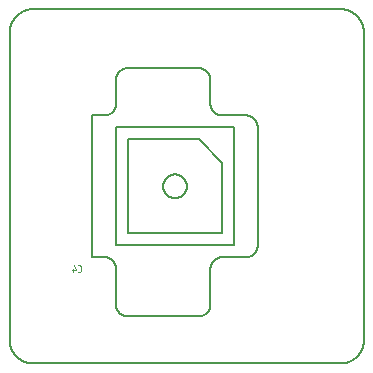
<source format=gbr>
G04 EAGLE Gerber RS-274X export*
G75*
%MOMM*%
%FSLAX34Y34*%
%LPD*%
%INSilkscreen Bottom*%
%IPPOS*%
%AMOC8*
5,1,8,0,0,1.08239X$1,22.5*%
G01*
%ADD10C,0.050800*%
%ADD11C,0.127000*%


D10*
X84092Y155404D02*
X85334Y155404D01*
X85404Y155406D01*
X85473Y155412D01*
X85542Y155422D01*
X85610Y155435D01*
X85678Y155453D01*
X85744Y155474D01*
X85809Y155499D01*
X85873Y155527D01*
X85935Y155559D01*
X85995Y155594D01*
X86053Y155633D01*
X86108Y155675D01*
X86162Y155720D01*
X86212Y155768D01*
X86260Y155818D01*
X86305Y155872D01*
X86347Y155927D01*
X86386Y155985D01*
X86421Y156045D01*
X86453Y156107D01*
X86481Y156171D01*
X86506Y156236D01*
X86527Y156302D01*
X86545Y156370D01*
X86558Y156438D01*
X86568Y156507D01*
X86574Y156576D01*
X86576Y156646D01*
X86576Y159750D01*
X86574Y159820D01*
X86568Y159889D01*
X86558Y159958D01*
X86545Y160026D01*
X86527Y160094D01*
X86506Y160160D01*
X86481Y160225D01*
X86453Y160289D01*
X86421Y160351D01*
X86386Y160411D01*
X86347Y160469D01*
X86305Y160524D01*
X86260Y160578D01*
X86212Y160628D01*
X86162Y160676D01*
X86108Y160721D01*
X86053Y160763D01*
X85995Y160802D01*
X85935Y160837D01*
X85873Y160869D01*
X85809Y160897D01*
X85744Y160922D01*
X85678Y160943D01*
X85610Y160961D01*
X85542Y160974D01*
X85473Y160984D01*
X85404Y160990D01*
X85334Y160992D01*
X84092Y160992D01*
X80746Y160992D02*
X81988Y156646D01*
X78883Y156646D01*
X79815Y157888D02*
X79815Y155404D01*
D11*
X46200Y78000D02*
X306200Y78000D01*
X326200Y98000D02*
X326200Y358000D01*
X306200Y378000D02*
X46200Y378000D01*
X26200Y358000D02*
X26200Y98000D01*
X26206Y97517D01*
X26223Y97034D01*
X26253Y96551D01*
X26293Y96070D01*
X26346Y95589D01*
X26410Y95110D01*
X26485Y94633D01*
X26573Y94157D01*
X26671Y93684D01*
X26781Y93214D01*
X26902Y92746D01*
X27035Y92281D01*
X27179Y91820D01*
X27334Y91362D01*
X27500Y90908D01*
X27677Y90458D01*
X27864Y90013D01*
X28063Y89572D01*
X28271Y89136D01*
X28491Y88706D01*
X28721Y88280D01*
X28961Y87861D01*
X29211Y87447D01*
X29471Y87040D01*
X29740Y86639D01*
X30020Y86244D01*
X30308Y85857D01*
X30607Y85476D01*
X30914Y85103D01*
X31230Y84738D01*
X31555Y84380D01*
X31888Y84030D01*
X32230Y83688D01*
X32580Y83355D01*
X32938Y83030D01*
X33303Y82714D01*
X33676Y82407D01*
X34057Y82108D01*
X34444Y81820D01*
X34839Y81540D01*
X35240Y81271D01*
X35647Y81011D01*
X36061Y80761D01*
X36480Y80521D01*
X36906Y80291D01*
X37336Y80071D01*
X37772Y79863D01*
X38213Y79664D01*
X38658Y79477D01*
X39108Y79300D01*
X39562Y79134D01*
X40020Y78979D01*
X40481Y78835D01*
X40946Y78702D01*
X41414Y78581D01*
X41884Y78471D01*
X42357Y78373D01*
X42833Y78285D01*
X43310Y78210D01*
X43789Y78146D01*
X44270Y78093D01*
X44751Y78053D01*
X45234Y78023D01*
X45717Y78006D01*
X46200Y78000D01*
X306200Y78000D02*
X306683Y78006D01*
X307166Y78023D01*
X307649Y78053D01*
X308130Y78093D01*
X308611Y78146D01*
X309090Y78210D01*
X309567Y78285D01*
X310043Y78373D01*
X310516Y78471D01*
X310986Y78581D01*
X311454Y78702D01*
X311919Y78835D01*
X312380Y78979D01*
X312838Y79134D01*
X313292Y79300D01*
X313742Y79477D01*
X314187Y79664D01*
X314628Y79863D01*
X315064Y80071D01*
X315494Y80291D01*
X315920Y80521D01*
X316339Y80761D01*
X316753Y81011D01*
X317160Y81271D01*
X317561Y81540D01*
X317956Y81820D01*
X318343Y82108D01*
X318724Y82407D01*
X319097Y82714D01*
X319462Y83030D01*
X319820Y83355D01*
X320170Y83688D01*
X320512Y84030D01*
X320845Y84380D01*
X321170Y84738D01*
X321486Y85103D01*
X321793Y85476D01*
X322092Y85857D01*
X322380Y86244D01*
X322660Y86639D01*
X322929Y87040D01*
X323189Y87447D01*
X323439Y87861D01*
X323679Y88280D01*
X323909Y88706D01*
X324129Y89136D01*
X324337Y89572D01*
X324536Y90013D01*
X324723Y90458D01*
X324900Y90908D01*
X325066Y91362D01*
X325221Y91820D01*
X325365Y92281D01*
X325498Y92746D01*
X325619Y93214D01*
X325729Y93684D01*
X325827Y94157D01*
X325915Y94633D01*
X325990Y95110D01*
X326054Y95589D01*
X326107Y96070D01*
X326147Y96551D01*
X326177Y97034D01*
X326194Y97517D01*
X326200Y98000D01*
X326200Y358000D02*
X326194Y358483D01*
X326177Y358966D01*
X326147Y359449D01*
X326107Y359930D01*
X326054Y360411D01*
X325990Y360890D01*
X325915Y361367D01*
X325827Y361843D01*
X325729Y362316D01*
X325619Y362786D01*
X325498Y363254D01*
X325365Y363719D01*
X325221Y364180D01*
X325066Y364638D01*
X324900Y365092D01*
X324723Y365542D01*
X324536Y365987D01*
X324337Y366428D01*
X324129Y366864D01*
X323909Y367294D01*
X323679Y367720D01*
X323439Y368139D01*
X323189Y368553D01*
X322929Y368960D01*
X322660Y369361D01*
X322380Y369756D01*
X322092Y370143D01*
X321793Y370524D01*
X321486Y370897D01*
X321170Y371262D01*
X320845Y371620D01*
X320512Y371970D01*
X320170Y372312D01*
X319820Y372645D01*
X319462Y372970D01*
X319097Y373286D01*
X318724Y373593D01*
X318343Y373892D01*
X317956Y374180D01*
X317561Y374460D01*
X317160Y374729D01*
X316753Y374989D01*
X316339Y375239D01*
X315920Y375479D01*
X315494Y375709D01*
X315064Y375929D01*
X314628Y376137D01*
X314187Y376336D01*
X313742Y376523D01*
X313292Y376700D01*
X312838Y376866D01*
X312380Y377021D01*
X311919Y377165D01*
X311454Y377298D01*
X310986Y377419D01*
X310516Y377529D01*
X310043Y377627D01*
X309567Y377715D01*
X309090Y377790D01*
X308611Y377854D01*
X308130Y377907D01*
X307649Y377947D01*
X307166Y377977D01*
X306683Y377994D01*
X306200Y378000D01*
X46200Y378000D02*
X45717Y377994D01*
X45234Y377977D01*
X44751Y377947D01*
X44270Y377907D01*
X43789Y377854D01*
X43310Y377790D01*
X42833Y377715D01*
X42357Y377627D01*
X41884Y377529D01*
X41414Y377419D01*
X40946Y377298D01*
X40481Y377165D01*
X40020Y377021D01*
X39562Y376866D01*
X39108Y376700D01*
X38658Y376523D01*
X38213Y376336D01*
X37772Y376137D01*
X37336Y375929D01*
X36906Y375709D01*
X36480Y375479D01*
X36061Y375239D01*
X35647Y374989D01*
X35240Y374729D01*
X34839Y374460D01*
X34444Y374180D01*
X34057Y373892D01*
X33676Y373593D01*
X33303Y373286D01*
X32938Y372970D01*
X32580Y372645D01*
X32230Y372312D01*
X31888Y371970D01*
X31555Y371620D01*
X31230Y371262D01*
X30914Y370897D01*
X30607Y370524D01*
X30308Y370143D01*
X30020Y369756D01*
X29740Y369361D01*
X29471Y368960D01*
X29211Y368553D01*
X28961Y368139D01*
X28721Y367720D01*
X28491Y367294D01*
X28271Y366864D01*
X28063Y366428D01*
X27864Y365987D01*
X27677Y365542D01*
X27500Y365092D01*
X27334Y364638D01*
X27179Y364180D01*
X27035Y363719D01*
X26902Y363254D01*
X26781Y362786D01*
X26671Y362316D01*
X26573Y361843D01*
X26485Y361367D01*
X26410Y360890D01*
X26346Y360411D01*
X26293Y359930D01*
X26253Y359449D01*
X26223Y358966D01*
X26206Y358483D01*
X26200Y358000D01*
X116200Y178000D02*
X216200Y178000D01*
X216200Y278000D01*
X116200Y278000D01*
X116200Y178000D01*
X96200Y168000D02*
X96200Y288000D01*
X106200Y288000D01*
X106442Y288003D01*
X106683Y288012D01*
X106924Y288026D01*
X107165Y288047D01*
X107405Y288073D01*
X107645Y288105D01*
X107884Y288143D01*
X108121Y288186D01*
X108358Y288236D01*
X108593Y288291D01*
X108827Y288351D01*
X109059Y288418D01*
X109290Y288489D01*
X109519Y288567D01*
X109746Y288650D01*
X109971Y288738D01*
X110194Y288832D01*
X110414Y288931D01*
X110632Y289036D01*
X110847Y289145D01*
X111060Y289260D01*
X111270Y289380D01*
X111476Y289505D01*
X111680Y289635D01*
X111881Y289770D01*
X112078Y289910D01*
X112272Y290054D01*
X112462Y290203D01*
X112648Y290357D01*
X112831Y290515D01*
X113010Y290677D01*
X113185Y290844D01*
X113356Y291015D01*
X113523Y291190D01*
X113685Y291369D01*
X113843Y291552D01*
X113997Y291738D01*
X114146Y291928D01*
X114290Y292122D01*
X114430Y292319D01*
X114565Y292520D01*
X114695Y292724D01*
X114820Y292930D01*
X114940Y293140D01*
X115055Y293353D01*
X115164Y293568D01*
X115269Y293786D01*
X115368Y294006D01*
X115462Y294229D01*
X115550Y294454D01*
X115633Y294681D01*
X115711Y294910D01*
X115782Y295141D01*
X115849Y295373D01*
X115909Y295607D01*
X115964Y295842D01*
X116014Y296079D01*
X116057Y296316D01*
X116095Y296555D01*
X116127Y296795D01*
X116153Y297035D01*
X116174Y297276D01*
X116188Y297517D01*
X116197Y297758D01*
X116200Y298000D01*
X116200Y318000D01*
X116203Y318242D01*
X116212Y318483D01*
X116226Y318724D01*
X116247Y318965D01*
X116273Y319205D01*
X116305Y319445D01*
X116343Y319684D01*
X116386Y319921D01*
X116436Y320158D01*
X116491Y320393D01*
X116551Y320627D01*
X116618Y320859D01*
X116689Y321090D01*
X116767Y321319D01*
X116850Y321546D01*
X116938Y321771D01*
X117032Y321994D01*
X117131Y322214D01*
X117236Y322432D01*
X117345Y322647D01*
X117460Y322860D01*
X117580Y323070D01*
X117705Y323276D01*
X117835Y323480D01*
X117970Y323681D01*
X118110Y323878D01*
X118254Y324072D01*
X118403Y324262D01*
X118557Y324448D01*
X118715Y324631D01*
X118877Y324810D01*
X119044Y324985D01*
X119215Y325156D01*
X119390Y325323D01*
X119569Y325485D01*
X119752Y325643D01*
X119938Y325797D01*
X120128Y325946D01*
X120322Y326090D01*
X120519Y326230D01*
X120720Y326365D01*
X120924Y326495D01*
X121130Y326620D01*
X121340Y326740D01*
X121553Y326855D01*
X121768Y326964D01*
X121986Y327069D01*
X122206Y327168D01*
X122429Y327262D01*
X122654Y327350D01*
X122881Y327433D01*
X123110Y327511D01*
X123341Y327582D01*
X123573Y327649D01*
X123807Y327709D01*
X124042Y327764D01*
X124279Y327814D01*
X124516Y327857D01*
X124755Y327895D01*
X124995Y327927D01*
X125235Y327953D01*
X125476Y327974D01*
X125717Y327988D01*
X125958Y327997D01*
X126200Y328000D01*
X186200Y328000D01*
X186442Y327997D01*
X186683Y327988D01*
X186924Y327974D01*
X187165Y327953D01*
X187405Y327927D01*
X187645Y327895D01*
X187884Y327857D01*
X188121Y327814D01*
X188358Y327764D01*
X188593Y327709D01*
X188827Y327649D01*
X189059Y327582D01*
X189290Y327511D01*
X189519Y327433D01*
X189746Y327350D01*
X189971Y327262D01*
X190194Y327168D01*
X190414Y327069D01*
X190632Y326964D01*
X190847Y326855D01*
X191060Y326740D01*
X191270Y326620D01*
X191476Y326495D01*
X191680Y326365D01*
X191881Y326230D01*
X192078Y326090D01*
X192272Y325946D01*
X192462Y325797D01*
X192648Y325643D01*
X192831Y325485D01*
X193010Y325323D01*
X193185Y325156D01*
X193356Y324985D01*
X193523Y324810D01*
X193685Y324631D01*
X193843Y324448D01*
X193997Y324262D01*
X194146Y324072D01*
X194290Y323878D01*
X194430Y323681D01*
X194565Y323480D01*
X194695Y323276D01*
X194820Y323070D01*
X194940Y322860D01*
X195055Y322647D01*
X195164Y322432D01*
X195269Y322214D01*
X195368Y321994D01*
X195462Y321771D01*
X195550Y321546D01*
X195633Y321319D01*
X195711Y321090D01*
X195782Y320859D01*
X195849Y320627D01*
X195909Y320393D01*
X195964Y320158D01*
X196014Y319921D01*
X196057Y319684D01*
X196095Y319445D01*
X196127Y319205D01*
X196153Y318965D01*
X196174Y318724D01*
X196188Y318483D01*
X196197Y318242D01*
X196200Y318000D01*
X196200Y298000D01*
X196203Y297758D01*
X196212Y297517D01*
X196226Y297276D01*
X196247Y297035D01*
X196273Y296795D01*
X196305Y296555D01*
X196343Y296316D01*
X196386Y296079D01*
X196436Y295842D01*
X196491Y295607D01*
X196551Y295373D01*
X196618Y295141D01*
X196689Y294910D01*
X196767Y294681D01*
X196850Y294454D01*
X196938Y294229D01*
X197032Y294006D01*
X197131Y293786D01*
X197236Y293568D01*
X197345Y293353D01*
X197460Y293140D01*
X197580Y292930D01*
X197705Y292724D01*
X197835Y292520D01*
X197970Y292319D01*
X198110Y292122D01*
X198254Y291928D01*
X198403Y291738D01*
X198557Y291552D01*
X198715Y291369D01*
X198877Y291190D01*
X199044Y291015D01*
X199215Y290844D01*
X199390Y290677D01*
X199569Y290515D01*
X199752Y290357D01*
X199938Y290203D01*
X200128Y290054D01*
X200322Y289910D01*
X200519Y289770D01*
X200720Y289635D01*
X200924Y289505D01*
X201130Y289380D01*
X201340Y289260D01*
X201553Y289145D01*
X201768Y289036D01*
X201986Y288931D01*
X202206Y288832D01*
X202429Y288738D01*
X202654Y288650D01*
X202881Y288567D01*
X203110Y288489D01*
X203341Y288418D01*
X203573Y288351D01*
X203807Y288291D01*
X204042Y288236D01*
X204279Y288186D01*
X204516Y288143D01*
X204755Y288105D01*
X204995Y288073D01*
X205235Y288047D01*
X205476Y288026D01*
X205717Y288012D01*
X205958Y288003D01*
X206200Y288000D01*
X226200Y288000D01*
X226442Y287997D01*
X226683Y287988D01*
X226924Y287974D01*
X227165Y287953D01*
X227405Y287927D01*
X227645Y287895D01*
X227884Y287857D01*
X228121Y287814D01*
X228358Y287764D01*
X228593Y287709D01*
X228827Y287649D01*
X229059Y287582D01*
X229290Y287511D01*
X229519Y287433D01*
X229746Y287350D01*
X229971Y287262D01*
X230194Y287168D01*
X230414Y287069D01*
X230632Y286964D01*
X230847Y286855D01*
X231060Y286740D01*
X231270Y286620D01*
X231476Y286495D01*
X231680Y286365D01*
X231881Y286230D01*
X232078Y286090D01*
X232272Y285946D01*
X232462Y285797D01*
X232648Y285643D01*
X232831Y285485D01*
X233010Y285323D01*
X233185Y285156D01*
X233356Y284985D01*
X233523Y284810D01*
X233685Y284631D01*
X233843Y284448D01*
X233997Y284262D01*
X234146Y284072D01*
X234290Y283878D01*
X234430Y283681D01*
X234565Y283480D01*
X234695Y283276D01*
X234820Y283070D01*
X234940Y282860D01*
X235055Y282647D01*
X235164Y282432D01*
X235269Y282214D01*
X235368Y281994D01*
X235462Y281771D01*
X235550Y281546D01*
X235633Y281319D01*
X235711Y281090D01*
X235782Y280859D01*
X235849Y280627D01*
X235909Y280393D01*
X235964Y280158D01*
X236014Y279921D01*
X236057Y279684D01*
X236095Y279445D01*
X236127Y279205D01*
X236153Y278965D01*
X236174Y278724D01*
X236188Y278483D01*
X236197Y278242D01*
X236200Y278000D01*
X236200Y178000D01*
X236197Y177758D01*
X236188Y177517D01*
X236174Y177276D01*
X236153Y177035D01*
X236127Y176795D01*
X236095Y176555D01*
X236057Y176316D01*
X236014Y176079D01*
X235964Y175842D01*
X235909Y175607D01*
X235849Y175373D01*
X235782Y175141D01*
X235711Y174910D01*
X235633Y174681D01*
X235550Y174454D01*
X235462Y174229D01*
X235368Y174006D01*
X235269Y173786D01*
X235164Y173568D01*
X235055Y173353D01*
X234940Y173140D01*
X234820Y172930D01*
X234695Y172724D01*
X234565Y172520D01*
X234430Y172319D01*
X234290Y172122D01*
X234146Y171928D01*
X233997Y171738D01*
X233843Y171552D01*
X233685Y171369D01*
X233523Y171190D01*
X233356Y171015D01*
X233185Y170844D01*
X233010Y170677D01*
X232831Y170515D01*
X232648Y170357D01*
X232462Y170203D01*
X232272Y170054D01*
X232078Y169910D01*
X231881Y169770D01*
X231680Y169635D01*
X231476Y169505D01*
X231270Y169380D01*
X231060Y169260D01*
X230847Y169145D01*
X230632Y169036D01*
X230414Y168931D01*
X230194Y168832D01*
X229971Y168738D01*
X229746Y168650D01*
X229519Y168567D01*
X229290Y168489D01*
X229059Y168418D01*
X228827Y168351D01*
X228593Y168291D01*
X228358Y168236D01*
X228121Y168186D01*
X227884Y168143D01*
X227645Y168105D01*
X227405Y168073D01*
X227165Y168047D01*
X226924Y168026D01*
X226683Y168012D01*
X226442Y168003D01*
X226200Y168000D01*
X206200Y168000D01*
X205958Y167997D01*
X205717Y167988D01*
X205476Y167974D01*
X205235Y167953D01*
X204995Y167927D01*
X204755Y167895D01*
X204516Y167857D01*
X204279Y167814D01*
X204042Y167764D01*
X203807Y167709D01*
X203573Y167649D01*
X203341Y167582D01*
X203110Y167511D01*
X202881Y167433D01*
X202654Y167350D01*
X202429Y167262D01*
X202206Y167168D01*
X201986Y167069D01*
X201768Y166964D01*
X201553Y166855D01*
X201340Y166740D01*
X201130Y166620D01*
X200924Y166495D01*
X200720Y166365D01*
X200519Y166230D01*
X200322Y166090D01*
X200128Y165946D01*
X199938Y165797D01*
X199752Y165643D01*
X199569Y165485D01*
X199390Y165323D01*
X199215Y165156D01*
X199044Y164985D01*
X198877Y164810D01*
X198715Y164631D01*
X198557Y164448D01*
X198403Y164262D01*
X198254Y164072D01*
X198110Y163878D01*
X197970Y163681D01*
X197835Y163480D01*
X197705Y163276D01*
X197580Y163070D01*
X197460Y162860D01*
X197345Y162647D01*
X197236Y162432D01*
X197131Y162214D01*
X197032Y161994D01*
X196938Y161771D01*
X196850Y161546D01*
X196767Y161319D01*
X196689Y161090D01*
X196618Y160859D01*
X196551Y160627D01*
X196491Y160393D01*
X196436Y160158D01*
X196386Y159921D01*
X196343Y159684D01*
X196305Y159445D01*
X196273Y159205D01*
X196247Y158965D01*
X196226Y158724D01*
X196212Y158483D01*
X196203Y158242D01*
X196200Y158000D01*
X196200Y128000D01*
X196197Y127758D01*
X196188Y127517D01*
X196174Y127276D01*
X196153Y127035D01*
X196127Y126795D01*
X196095Y126555D01*
X196057Y126316D01*
X196014Y126079D01*
X195964Y125842D01*
X195909Y125607D01*
X195849Y125373D01*
X195782Y125141D01*
X195711Y124910D01*
X195633Y124681D01*
X195550Y124454D01*
X195462Y124229D01*
X195368Y124006D01*
X195269Y123786D01*
X195164Y123568D01*
X195055Y123353D01*
X194940Y123140D01*
X194820Y122930D01*
X194695Y122724D01*
X194565Y122520D01*
X194430Y122319D01*
X194290Y122122D01*
X194146Y121928D01*
X193997Y121738D01*
X193843Y121552D01*
X193685Y121369D01*
X193523Y121190D01*
X193356Y121015D01*
X193185Y120844D01*
X193010Y120677D01*
X192831Y120515D01*
X192648Y120357D01*
X192462Y120203D01*
X192272Y120054D01*
X192078Y119910D01*
X191881Y119770D01*
X191680Y119635D01*
X191476Y119505D01*
X191270Y119380D01*
X191060Y119260D01*
X190847Y119145D01*
X190632Y119036D01*
X190414Y118931D01*
X190194Y118832D01*
X189971Y118738D01*
X189746Y118650D01*
X189519Y118567D01*
X189290Y118489D01*
X189059Y118418D01*
X188827Y118351D01*
X188593Y118291D01*
X188358Y118236D01*
X188121Y118186D01*
X187884Y118143D01*
X187645Y118105D01*
X187405Y118073D01*
X187165Y118047D01*
X186924Y118026D01*
X186683Y118012D01*
X186442Y118003D01*
X186200Y118000D01*
X126200Y118000D01*
X125958Y118003D01*
X125717Y118012D01*
X125476Y118026D01*
X125235Y118047D01*
X124995Y118073D01*
X124755Y118105D01*
X124516Y118143D01*
X124279Y118186D01*
X124042Y118236D01*
X123807Y118291D01*
X123573Y118351D01*
X123341Y118418D01*
X123110Y118489D01*
X122881Y118567D01*
X122654Y118650D01*
X122429Y118738D01*
X122206Y118832D01*
X121986Y118931D01*
X121768Y119036D01*
X121553Y119145D01*
X121340Y119260D01*
X121130Y119380D01*
X120924Y119505D01*
X120720Y119635D01*
X120519Y119770D01*
X120322Y119910D01*
X120128Y120054D01*
X119938Y120203D01*
X119752Y120357D01*
X119569Y120515D01*
X119390Y120677D01*
X119215Y120844D01*
X119044Y121015D01*
X118877Y121190D01*
X118715Y121369D01*
X118557Y121552D01*
X118403Y121738D01*
X118254Y121928D01*
X118110Y122122D01*
X117970Y122319D01*
X117835Y122520D01*
X117705Y122724D01*
X117580Y122930D01*
X117460Y123140D01*
X117345Y123353D01*
X117236Y123568D01*
X117131Y123786D01*
X117032Y124006D01*
X116938Y124229D01*
X116850Y124454D01*
X116767Y124681D01*
X116689Y124910D01*
X116618Y125141D01*
X116551Y125373D01*
X116491Y125607D01*
X116436Y125842D01*
X116386Y126079D01*
X116343Y126316D01*
X116305Y126555D01*
X116273Y126795D01*
X116247Y127035D01*
X116226Y127276D01*
X116212Y127517D01*
X116203Y127758D01*
X116200Y128000D01*
X116200Y158000D01*
X116197Y158242D01*
X116188Y158483D01*
X116174Y158724D01*
X116153Y158965D01*
X116127Y159205D01*
X116095Y159445D01*
X116057Y159684D01*
X116014Y159921D01*
X115964Y160158D01*
X115909Y160393D01*
X115849Y160627D01*
X115782Y160859D01*
X115711Y161090D01*
X115633Y161319D01*
X115550Y161546D01*
X115462Y161771D01*
X115368Y161994D01*
X115269Y162214D01*
X115164Y162432D01*
X115055Y162647D01*
X114940Y162860D01*
X114820Y163070D01*
X114695Y163276D01*
X114565Y163480D01*
X114430Y163681D01*
X114290Y163878D01*
X114146Y164072D01*
X113997Y164262D01*
X113843Y164448D01*
X113685Y164631D01*
X113523Y164810D01*
X113356Y164985D01*
X113185Y165156D01*
X113010Y165323D01*
X112831Y165485D01*
X112648Y165643D01*
X112462Y165797D01*
X112272Y165946D01*
X112078Y166090D01*
X111881Y166230D01*
X111680Y166365D01*
X111476Y166495D01*
X111270Y166620D01*
X111060Y166740D01*
X110847Y166855D01*
X110632Y166964D01*
X110414Y167069D01*
X110194Y167168D01*
X109971Y167262D01*
X109746Y167350D01*
X109519Y167433D01*
X109290Y167511D01*
X109059Y167582D01*
X108827Y167649D01*
X108593Y167709D01*
X108358Y167764D01*
X108121Y167814D01*
X107884Y167857D01*
X107645Y167895D01*
X107405Y167927D01*
X107165Y167953D01*
X106924Y167974D01*
X106683Y167988D01*
X106442Y167997D01*
X106200Y168000D01*
X96200Y168000D01*
X126200Y188000D02*
X126200Y268000D01*
X186200Y268000D01*
X206200Y248000D01*
X206200Y188000D01*
X126200Y188000D01*
X156200Y228000D02*
X156203Y228245D01*
X156212Y228491D01*
X156227Y228736D01*
X156248Y228980D01*
X156275Y229224D01*
X156308Y229467D01*
X156347Y229710D01*
X156392Y229951D01*
X156443Y230191D01*
X156500Y230430D01*
X156562Y230667D01*
X156631Y230903D01*
X156705Y231137D01*
X156785Y231369D01*
X156870Y231599D01*
X156961Y231827D01*
X157058Y232052D01*
X157160Y232276D01*
X157268Y232496D01*
X157381Y232714D01*
X157499Y232929D01*
X157623Y233141D01*
X157751Y233350D01*
X157885Y233556D01*
X158024Y233758D01*
X158168Y233957D01*
X158317Y234152D01*
X158470Y234344D01*
X158628Y234532D01*
X158790Y234716D01*
X158958Y234895D01*
X159129Y235071D01*
X159305Y235242D01*
X159484Y235410D01*
X159668Y235572D01*
X159856Y235730D01*
X160048Y235883D01*
X160243Y236032D01*
X160442Y236176D01*
X160644Y236315D01*
X160850Y236449D01*
X161059Y236577D01*
X161271Y236701D01*
X161486Y236819D01*
X161704Y236932D01*
X161924Y237040D01*
X162148Y237142D01*
X162373Y237239D01*
X162601Y237330D01*
X162831Y237415D01*
X163063Y237495D01*
X163297Y237569D01*
X163533Y237638D01*
X163770Y237700D01*
X164009Y237757D01*
X164249Y237808D01*
X164490Y237853D01*
X164733Y237892D01*
X164976Y237925D01*
X165220Y237952D01*
X165464Y237973D01*
X165709Y237988D01*
X165955Y237997D01*
X166200Y238000D01*
X166445Y237997D01*
X166691Y237988D01*
X166936Y237973D01*
X167180Y237952D01*
X167424Y237925D01*
X167667Y237892D01*
X167910Y237853D01*
X168151Y237808D01*
X168391Y237757D01*
X168630Y237700D01*
X168867Y237638D01*
X169103Y237569D01*
X169337Y237495D01*
X169569Y237415D01*
X169799Y237330D01*
X170027Y237239D01*
X170252Y237142D01*
X170476Y237040D01*
X170696Y236932D01*
X170914Y236819D01*
X171129Y236701D01*
X171341Y236577D01*
X171550Y236449D01*
X171756Y236315D01*
X171958Y236176D01*
X172157Y236032D01*
X172352Y235883D01*
X172544Y235730D01*
X172732Y235572D01*
X172916Y235410D01*
X173095Y235242D01*
X173271Y235071D01*
X173442Y234895D01*
X173610Y234716D01*
X173772Y234532D01*
X173930Y234344D01*
X174083Y234152D01*
X174232Y233957D01*
X174376Y233758D01*
X174515Y233556D01*
X174649Y233350D01*
X174777Y233141D01*
X174901Y232929D01*
X175019Y232714D01*
X175132Y232496D01*
X175240Y232276D01*
X175342Y232052D01*
X175439Y231827D01*
X175530Y231599D01*
X175615Y231369D01*
X175695Y231137D01*
X175769Y230903D01*
X175838Y230667D01*
X175900Y230430D01*
X175957Y230191D01*
X176008Y229951D01*
X176053Y229710D01*
X176092Y229467D01*
X176125Y229224D01*
X176152Y228980D01*
X176173Y228736D01*
X176188Y228491D01*
X176197Y228245D01*
X176200Y228000D01*
X176197Y227755D01*
X176188Y227509D01*
X176173Y227264D01*
X176152Y227020D01*
X176125Y226776D01*
X176092Y226533D01*
X176053Y226290D01*
X176008Y226049D01*
X175957Y225809D01*
X175900Y225570D01*
X175838Y225333D01*
X175769Y225097D01*
X175695Y224863D01*
X175615Y224631D01*
X175530Y224401D01*
X175439Y224173D01*
X175342Y223948D01*
X175240Y223724D01*
X175132Y223504D01*
X175019Y223286D01*
X174901Y223071D01*
X174777Y222859D01*
X174649Y222650D01*
X174515Y222444D01*
X174376Y222242D01*
X174232Y222043D01*
X174083Y221848D01*
X173930Y221656D01*
X173772Y221468D01*
X173610Y221284D01*
X173442Y221105D01*
X173271Y220929D01*
X173095Y220758D01*
X172916Y220590D01*
X172732Y220428D01*
X172544Y220270D01*
X172352Y220117D01*
X172157Y219968D01*
X171958Y219824D01*
X171756Y219685D01*
X171550Y219551D01*
X171341Y219423D01*
X171129Y219299D01*
X170914Y219181D01*
X170696Y219068D01*
X170476Y218960D01*
X170252Y218858D01*
X170027Y218761D01*
X169799Y218670D01*
X169569Y218585D01*
X169337Y218505D01*
X169103Y218431D01*
X168867Y218362D01*
X168630Y218300D01*
X168391Y218243D01*
X168151Y218192D01*
X167910Y218147D01*
X167667Y218108D01*
X167424Y218075D01*
X167180Y218048D01*
X166936Y218027D01*
X166691Y218012D01*
X166445Y218003D01*
X166200Y218000D01*
X165955Y218003D01*
X165709Y218012D01*
X165464Y218027D01*
X165220Y218048D01*
X164976Y218075D01*
X164733Y218108D01*
X164490Y218147D01*
X164249Y218192D01*
X164009Y218243D01*
X163770Y218300D01*
X163533Y218362D01*
X163297Y218431D01*
X163063Y218505D01*
X162831Y218585D01*
X162601Y218670D01*
X162373Y218761D01*
X162148Y218858D01*
X161924Y218960D01*
X161704Y219068D01*
X161486Y219181D01*
X161271Y219299D01*
X161059Y219423D01*
X160850Y219551D01*
X160644Y219685D01*
X160442Y219824D01*
X160243Y219968D01*
X160048Y220117D01*
X159856Y220270D01*
X159668Y220428D01*
X159484Y220590D01*
X159305Y220758D01*
X159129Y220929D01*
X158958Y221105D01*
X158790Y221284D01*
X158628Y221468D01*
X158470Y221656D01*
X158317Y221848D01*
X158168Y222043D01*
X158024Y222242D01*
X157885Y222444D01*
X157751Y222650D01*
X157623Y222859D01*
X157499Y223071D01*
X157381Y223286D01*
X157268Y223504D01*
X157160Y223724D01*
X157058Y223948D01*
X156961Y224173D01*
X156870Y224401D01*
X156785Y224631D01*
X156705Y224863D01*
X156631Y225097D01*
X156562Y225333D01*
X156500Y225570D01*
X156443Y225809D01*
X156392Y226049D01*
X156347Y226290D01*
X156308Y226533D01*
X156275Y226776D01*
X156248Y227020D01*
X156227Y227264D01*
X156212Y227509D01*
X156203Y227755D01*
X156200Y228000D01*
M02*

</source>
